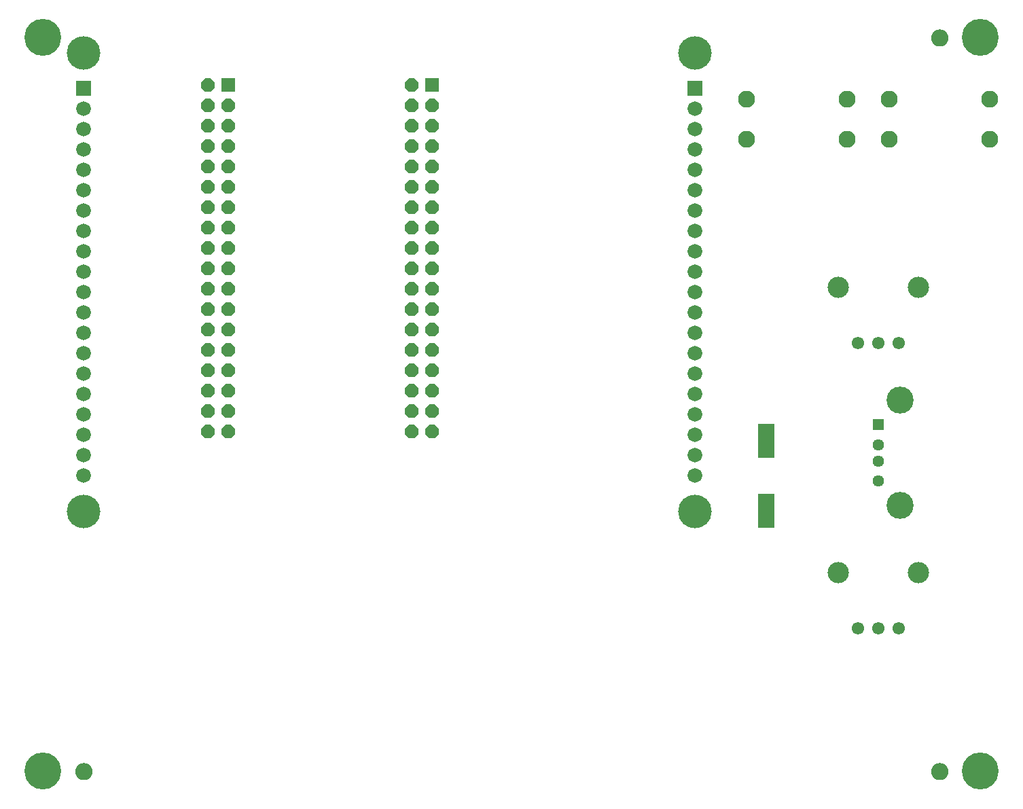
<source format=gbr>
G04 EAGLE Gerber RS-274X export*
G75*
%MOMM*%
%FSLAX34Y34*%
%LPD*%
%INSoldermask Bottom*%
%IPPOS*%
%AMOC8*
5,1,8,0,0,1.08239X$1,22.5*%
G01*
%ADD10R,2.152400X4.252400*%
%ADD11C,0.609600*%
%ADD12C,1.168400*%
%ADD13R,1.440400X1.440400*%
%ADD14C,1.440400*%
%ADD15C,3.372400*%
%ADD16R,1.828800X1.828800*%
%ADD17C,1.828800*%
%ADD18C,4.168400*%
%ADD19C,4.597400*%
%ADD20C,1.552400*%
%ADD21C,2.652400*%
%ADD22C,2.112400*%
%ADD23R,1.676400X1.676400*%
%ADD24P,1.814519X8X292.500000*%


D10*
X952500Y462600D03*
X952500Y375600D03*
D11*
X1160780Y50800D02*
X1160782Y50987D01*
X1160789Y51174D01*
X1160801Y51361D01*
X1160817Y51547D01*
X1160837Y51733D01*
X1160862Y51918D01*
X1160892Y52103D01*
X1160926Y52287D01*
X1160965Y52470D01*
X1161008Y52652D01*
X1161056Y52832D01*
X1161108Y53012D01*
X1161165Y53190D01*
X1161225Y53367D01*
X1161291Y53542D01*
X1161360Y53716D01*
X1161434Y53888D01*
X1161512Y54058D01*
X1161594Y54226D01*
X1161680Y54392D01*
X1161770Y54556D01*
X1161864Y54717D01*
X1161962Y54877D01*
X1162064Y55033D01*
X1162170Y55188D01*
X1162280Y55339D01*
X1162393Y55488D01*
X1162510Y55634D01*
X1162630Y55777D01*
X1162754Y55917D01*
X1162881Y56054D01*
X1163012Y56188D01*
X1163146Y56319D01*
X1163283Y56446D01*
X1163423Y56570D01*
X1163566Y56690D01*
X1163712Y56807D01*
X1163861Y56920D01*
X1164012Y57030D01*
X1164167Y57136D01*
X1164323Y57238D01*
X1164483Y57336D01*
X1164644Y57430D01*
X1164808Y57520D01*
X1164974Y57606D01*
X1165142Y57688D01*
X1165312Y57766D01*
X1165484Y57840D01*
X1165658Y57909D01*
X1165833Y57975D01*
X1166010Y58035D01*
X1166188Y58092D01*
X1166368Y58144D01*
X1166548Y58192D01*
X1166730Y58235D01*
X1166913Y58274D01*
X1167097Y58308D01*
X1167282Y58338D01*
X1167467Y58363D01*
X1167653Y58383D01*
X1167839Y58399D01*
X1168026Y58411D01*
X1168213Y58418D01*
X1168400Y58420D01*
X1168587Y58418D01*
X1168774Y58411D01*
X1168961Y58399D01*
X1169147Y58383D01*
X1169333Y58363D01*
X1169518Y58338D01*
X1169703Y58308D01*
X1169887Y58274D01*
X1170070Y58235D01*
X1170252Y58192D01*
X1170432Y58144D01*
X1170612Y58092D01*
X1170790Y58035D01*
X1170967Y57975D01*
X1171142Y57909D01*
X1171316Y57840D01*
X1171488Y57766D01*
X1171658Y57688D01*
X1171826Y57606D01*
X1171992Y57520D01*
X1172156Y57430D01*
X1172317Y57336D01*
X1172477Y57238D01*
X1172633Y57136D01*
X1172788Y57030D01*
X1172939Y56920D01*
X1173088Y56807D01*
X1173234Y56690D01*
X1173377Y56570D01*
X1173517Y56446D01*
X1173654Y56319D01*
X1173788Y56188D01*
X1173919Y56054D01*
X1174046Y55917D01*
X1174170Y55777D01*
X1174290Y55634D01*
X1174407Y55488D01*
X1174520Y55339D01*
X1174630Y55188D01*
X1174736Y55033D01*
X1174838Y54877D01*
X1174936Y54717D01*
X1175030Y54556D01*
X1175120Y54392D01*
X1175206Y54226D01*
X1175288Y54058D01*
X1175366Y53888D01*
X1175440Y53716D01*
X1175509Y53542D01*
X1175575Y53367D01*
X1175635Y53190D01*
X1175692Y53012D01*
X1175744Y52832D01*
X1175792Y52652D01*
X1175835Y52470D01*
X1175874Y52287D01*
X1175908Y52103D01*
X1175938Y51918D01*
X1175963Y51733D01*
X1175983Y51547D01*
X1175999Y51361D01*
X1176011Y51174D01*
X1176018Y50987D01*
X1176020Y50800D01*
X1176018Y50613D01*
X1176011Y50426D01*
X1175999Y50239D01*
X1175983Y50053D01*
X1175963Y49867D01*
X1175938Y49682D01*
X1175908Y49497D01*
X1175874Y49313D01*
X1175835Y49130D01*
X1175792Y48948D01*
X1175744Y48768D01*
X1175692Y48588D01*
X1175635Y48410D01*
X1175575Y48233D01*
X1175509Y48058D01*
X1175440Y47884D01*
X1175366Y47712D01*
X1175288Y47542D01*
X1175206Y47374D01*
X1175120Y47208D01*
X1175030Y47044D01*
X1174936Y46883D01*
X1174838Y46723D01*
X1174736Y46567D01*
X1174630Y46412D01*
X1174520Y46261D01*
X1174407Y46112D01*
X1174290Y45966D01*
X1174170Y45823D01*
X1174046Y45683D01*
X1173919Y45546D01*
X1173788Y45412D01*
X1173654Y45281D01*
X1173517Y45154D01*
X1173377Y45030D01*
X1173234Y44910D01*
X1173088Y44793D01*
X1172939Y44680D01*
X1172788Y44570D01*
X1172633Y44464D01*
X1172477Y44362D01*
X1172317Y44264D01*
X1172156Y44170D01*
X1171992Y44080D01*
X1171826Y43994D01*
X1171658Y43912D01*
X1171488Y43834D01*
X1171316Y43760D01*
X1171142Y43691D01*
X1170967Y43625D01*
X1170790Y43565D01*
X1170612Y43508D01*
X1170432Y43456D01*
X1170252Y43408D01*
X1170070Y43365D01*
X1169887Y43326D01*
X1169703Y43292D01*
X1169518Y43262D01*
X1169333Y43237D01*
X1169147Y43217D01*
X1168961Y43201D01*
X1168774Y43189D01*
X1168587Y43182D01*
X1168400Y43180D01*
X1168213Y43182D01*
X1168026Y43189D01*
X1167839Y43201D01*
X1167653Y43217D01*
X1167467Y43237D01*
X1167282Y43262D01*
X1167097Y43292D01*
X1166913Y43326D01*
X1166730Y43365D01*
X1166548Y43408D01*
X1166368Y43456D01*
X1166188Y43508D01*
X1166010Y43565D01*
X1165833Y43625D01*
X1165658Y43691D01*
X1165484Y43760D01*
X1165312Y43834D01*
X1165142Y43912D01*
X1164974Y43994D01*
X1164808Y44080D01*
X1164644Y44170D01*
X1164483Y44264D01*
X1164323Y44362D01*
X1164167Y44464D01*
X1164012Y44570D01*
X1163861Y44680D01*
X1163712Y44793D01*
X1163566Y44910D01*
X1163423Y45030D01*
X1163283Y45154D01*
X1163146Y45281D01*
X1163012Y45412D01*
X1162881Y45546D01*
X1162754Y45683D01*
X1162630Y45823D01*
X1162510Y45966D01*
X1162393Y46112D01*
X1162280Y46261D01*
X1162170Y46412D01*
X1162064Y46567D01*
X1161962Y46723D01*
X1161864Y46883D01*
X1161770Y47044D01*
X1161680Y47208D01*
X1161594Y47374D01*
X1161512Y47542D01*
X1161434Y47712D01*
X1161360Y47884D01*
X1161291Y48058D01*
X1161225Y48233D01*
X1161165Y48410D01*
X1161108Y48588D01*
X1161056Y48768D01*
X1161008Y48948D01*
X1160965Y49130D01*
X1160926Y49313D01*
X1160892Y49497D01*
X1160862Y49682D01*
X1160837Y49867D01*
X1160817Y50053D01*
X1160801Y50239D01*
X1160789Y50426D01*
X1160782Y50613D01*
X1160780Y50800D01*
D12*
X1168400Y50800D03*
D11*
X93980Y50800D02*
X93982Y50987D01*
X93989Y51174D01*
X94001Y51361D01*
X94017Y51547D01*
X94037Y51733D01*
X94062Y51918D01*
X94092Y52103D01*
X94126Y52287D01*
X94165Y52470D01*
X94208Y52652D01*
X94256Y52832D01*
X94308Y53012D01*
X94365Y53190D01*
X94425Y53367D01*
X94491Y53542D01*
X94560Y53716D01*
X94634Y53888D01*
X94712Y54058D01*
X94794Y54226D01*
X94880Y54392D01*
X94970Y54556D01*
X95064Y54717D01*
X95162Y54877D01*
X95264Y55033D01*
X95370Y55188D01*
X95480Y55339D01*
X95593Y55488D01*
X95710Y55634D01*
X95830Y55777D01*
X95954Y55917D01*
X96081Y56054D01*
X96212Y56188D01*
X96346Y56319D01*
X96483Y56446D01*
X96623Y56570D01*
X96766Y56690D01*
X96912Y56807D01*
X97061Y56920D01*
X97212Y57030D01*
X97367Y57136D01*
X97523Y57238D01*
X97683Y57336D01*
X97844Y57430D01*
X98008Y57520D01*
X98174Y57606D01*
X98342Y57688D01*
X98512Y57766D01*
X98684Y57840D01*
X98858Y57909D01*
X99033Y57975D01*
X99210Y58035D01*
X99388Y58092D01*
X99568Y58144D01*
X99748Y58192D01*
X99930Y58235D01*
X100113Y58274D01*
X100297Y58308D01*
X100482Y58338D01*
X100667Y58363D01*
X100853Y58383D01*
X101039Y58399D01*
X101226Y58411D01*
X101413Y58418D01*
X101600Y58420D01*
X101787Y58418D01*
X101974Y58411D01*
X102161Y58399D01*
X102347Y58383D01*
X102533Y58363D01*
X102718Y58338D01*
X102903Y58308D01*
X103087Y58274D01*
X103270Y58235D01*
X103452Y58192D01*
X103632Y58144D01*
X103812Y58092D01*
X103990Y58035D01*
X104167Y57975D01*
X104342Y57909D01*
X104516Y57840D01*
X104688Y57766D01*
X104858Y57688D01*
X105026Y57606D01*
X105192Y57520D01*
X105356Y57430D01*
X105517Y57336D01*
X105677Y57238D01*
X105833Y57136D01*
X105988Y57030D01*
X106139Y56920D01*
X106288Y56807D01*
X106434Y56690D01*
X106577Y56570D01*
X106717Y56446D01*
X106854Y56319D01*
X106988Y56188D01*
X107119Y56054D01*
X107246Y55917D01*
X107370Y55777D01*
X107490Y55634D01*
X107607Y55488D01*
X107720Y55339D01*
X107830Y55188D01*
X107936Y55033D01*
X108038Y54877D01*
X108136Y54717D01*
X108230Y54556D01*
X108320Y54392D01*
X108406Y54226D01*
X108488Y54058D01*
X108566Y53888D01*
X108640Y53716D01*
X108709Y53542D01*
X108775Y53367D01*
X108835Y53190D01*
X108892Y53012D01*
X108944Y52832D01*
X108992Y52652D01*
X109035Y52470D01*
X109074Y52287D01*
X109108Y52103D01*
X109138Y51918D01*
X109163Y51733D01*
X109183Y51547D01*
X109199Y51361D01*
X109211Y51174D01*
X109218Y50987D01*
X109220Y50800D01*
X109218Y50613D01*
X109211Y50426D01*
X109199Y50239D01*
X109183Y50053D01*
X109163Y49867D01*
X109138Y49682D01*
X109108Y49497D01*
X109074Y49313D01*
X109035Y49130D01*
X108992Y48948D01*
X108944Y48768D01*
X108892Y48588D01*
X108835Y48410D01*
X108775Y48233D01*
X108709Y48058D01*
X108640Y47884D01*
X108566Y47712D01*
X108488Y47542D01*
X108406Y47374D01*
X108320Y47208D01*
X108230Y47044D01*
X108136Y46883D01*
X108038Y46723D01*
X107936Y46567D01*
X107830Y46412D01*
X107720Y46261D01*
X107607Y46112D01*
X107490Y45966D01*
X107370Y45823D01*
X107246Y45683D01*
X107119Y45546D01*
X106988Y45412D01*
X106854Y45281D01*
X106717Y45154D01*
X106577Y45030D01*
X106434Y44910D01*
X106288Y44793D01*
X106139Y44680D01*
X105988Y44570D01*
X105833Y44464D01*
X105677Y44362D01*
X105517Y44264D01*
X105356Y44170D01*
X105192Y44080D01*
X105026Y43994D01*
X104858Y43912D01*
X104688Y43834D01*
X104516Y43760D01*
X104342Y43691D01*
X104167Y43625D01*
X103990Y43565D01*
X103812Y43508D01*
X103632Y43456D01*
X103452Y43408D01*
X103270Y43365D01*
X103087Y43326D01*
X102903Y43292D01*
X102718Y43262D01*
X102533Y43237D01*
X102347Y43217D01*
X102161Y43201D01*
X101974Y43189D01*
X101787Y43182D01*
X101600Y43180D01*
X101413Y43182D01*
X101226Y43189D01*
X101039Y43201D01*
X100853Y43217D01*
X100667Y43237D01*
X100482Y43262D01*
X100297Y43292D01*
X100113Y43326D01*
X99930Y43365D01*
X99748Y43408D01*
X99568Y43456D01*
X99388Y43508D01*
X99210Y43565D01*
X99033Y43625D01*
X98858Y43691D01*
X98684Y43760D01*
X98512Y43834D01*
X98342Y43912D01*
X98174Y43994D01*
X98008Y44080D01*
X97844Y44170D01*
X97683Y44264D01*
X97523Y44362D01*
X97367Y44464D01*
X97212Y44570D01*
X97061Y44680D01*
X96912Y44793D01*
X96766Y44910D01*
X96623Y45030D01*
X96483Y45154D01*
X96346Y45281D01*
X96212Y45412D01*
X96081Y45546D01*
X95954Y45683D01*
X95830Y45823D01*
X95710Y45966D01*
X95593Y46112D01*
X95480Y46261D01*
X95370Y46412D01*
X95264Y46567D01*
X95162Y46723D01*
X95064Y46883D01*
X94970Y47044D01*
X94880Y47208D01*
X94794Y47374D01*
X94712Y47542D01*
X94634Y47712D01*
X94560Y47884D01*
X94491Y48058D01*
X94425Y48233D01*
X94365Y48410D01*
X94308Y48588D01*
X94256Y48768D01*
X94208Y48948D01*
X94165Y49130D01*
X94126Y49313D01*
X94092Y49497D01*
X94062Y49682D01*
X94037Y49867D01*
X94017Y50053D01*
X94001Y50239D01*
X93989Y50426D01*
X93982Y50613D01*
X93980Y50800D01*
D12*
X101600Y50800D03*
D11*
X1160780Y965200D02*
X1160782Y965387D01*
X1160789Y965574D01*
X1160801Y965761D01*
X1160817Y965947D01*
X1160837Y966133D01*
X1160862Y966318D01*
X1160892Y966503D01*
X1160926Y966687D01*
X1160965Y966870D01*
X1161008Y967052D01*
X1161056Y967232D01*
X1161108Y967412D01*
X1161165Y967590D01*
X1161225Y967767D01*
X1161291Y967942D01*
X1161360Y968116D01*
X1161434Y968288D01*
X1161512Y968458D01*
X1161594Y968626D01*
X1161680Y968792D01*
X1161770Y968956D01*
X1161864Y969117D01*
X1161962Y969277D01*
X1162064Y969433D01*
X1162170Y969588D01*
X1162280Y969739D01*
X1162393Y969888D01*
X1162510Y970034D01*
X1162630Y970177D01*
X1162754Y970317D01*
X1162881Y970454D01*
X1163012Y970588D01*
X1163146Y970719D01*
X1163283Y970846D01*
X1163423Y970970D01*
X1163566Y971090D01*
X1163712Y971207D01*
X1163861Y971320D01*
X1164012Y971430D01*
X1164167Y971536D01*
X1164323Y971638D01*
X1164483Y971736D01*
X1164644Y971830D01*
X1164808Y971920D01*
X1164974Y972006D01*
X1165142Y972088D01*
X1165312Y972166D01*
X1165484Y972240D01*
X1165658Y972309D01*
X1165833Y972375D01*
X1166010Y972435D01*
X1166188Y972492D01*
X1166368Y972544D01*
X1166548Y972592D01*
X1166730Y972635D01*
X1166913Y972674D01*
X1167097Y972708D01*
X1167282Y972738D01*
X1167467Y972763D01*
X1167653Y972783D01*
X1167839Y972799D01*
X1168026Y972811D01*
X1168213Y972818D01*
X1168400Y972820D01*
X1168587Y972818D01*
X1168774Y972811D01*
X1168961Y972799D01*
X1169147Y972783D01*
X1169333Y972763D01*
X1169518Y972738D01*
X1169703Y972708D01*
X1169887Y972674D01*
X1170070Y972635D01*
X1170252Y972592D01*
X1170432Y972544D01*
X1170612Y972492D01*
X1170790Y972435D01*
X1170967Y972375D01*
X1171142Y972309D01*
X1171316Y972240D01*
X1171488Y972166D01*
X1171658Y972088D01*
X1171826Y972006D01*
X1171992Y971920D01*
X1172156Y971830D01*
X1172317Y971736D01*
X1172477Y971638D01*
X1172633Y971536D01*
X1172788Y971430D01*
X1172939Y971320D01*
X1173088Y971207D01*
X1173234Y971090D01*
X1173377Y970970D01*
X1173517Y970846D01*
X1173654Y970719D01*
X1173788Y970588D01*
X1173919Y970454D01*
X1174046Y970317D01*
X1174170Y970177D01*
X1174290Y970034D01*
X1174407Y969888D01*
X1174520Y969739D01*
X1174630Y969588D01*
X1174736Y969433D01*
X1174838Y969277D01*
X1174936Y969117D01*
X1175030Y968956D01*
X1175120Y968792D01*
X1175206Y968626D01*
X1175288Y968458D01*
X1175366Y968288D01*
X1175440Y968116D01*
X1175509Y967942D01*
X1175575Y967767D01*
X1175635Y967590D01*
X1175692Y967412D01*
X1175744Y967232D01*
X1175792Y967052D01*
X1175835Y966870D01*
X1175874Y966687D01*
X1175908Y966503D01*
X1175938Y966318D01*
X1175963Y966133D01*
X1175983Y965947D01*
X1175999Y965761D01*
X1176011Y965574D01*
X1176018Y965387D01*
X1176020Y965200D01*
X1176018Y965013D01*
X1176011Y964826D01*
X1175999Y964639D01*
X1175983Y964453D01*
X1175963Y964267D01*
X1175938Y964082D01*
X1175908Y963897D01*
X1175874Y963713D01*
X1175835Y963530D01*
X1175792Y963348D01*
X1175744Y963168D01*
X1175692Y962988D01*
X1175635Y962810D01*
X1175575Y962633D01*
X1175509Y962458D01*
X1175440Y962284D01*
X1175366Y962112D01*
X1175288Y961942D01*
X1175206Y961774D01*
X1175120Y961608D01*
X1175030Y961444D01*
X1174936Y961283D01*
X1174838Y961123D01*
X1174736Y960967D01*
X1174630Y960812D01*
X1174520Y960661D01*
X1174407Y960512D01*
X1174290Y960366D01*
X1174170Y960223D01*
X1174046Y960083D01*
X1173919Y959946D01*
X1173788Y959812D01*
X1173654Y959681D01*
X1173517Y959554D01*
X1173377Y959430D01*
X1173234Y959310D01*
X1173088Y959193D01*
X1172939Y959080D01*
X1172788Y958970D01*
X1172633Y958864D01*
X1172477Y958762D01*
X1172317Y958664D01*
X1172156Y958570D01*
X1171992Y958480D01*
X1171826Y958394D01*
X1171658Y958312D01*
X1171488Y958234D01*
X1171316Y958160D01*
X1171142Y958091D01*
X1170967Y958025D01*
X1170790Y957965D01*
X1170612Y957908D01*
X1170432Y957856D01*
X1170252Y957808D01*
X1170070Y957765D01*
X1169887Y957726D01*
X1169703Y957692D01*
X1169518Y957662D01*
X1169333Y957637D01*
X1169147Y957617D01*
X1168961Y957601D01*
X1168774Y957589D01*
X1168587Y957582D01*
X1168400Y957580D01*
X1168213Y957582D01*
X1168026Y957589D01*
X1167839Y957601D01*
X1167653Y957617D01*
X1167467Y957637D01*
X1167282Y957662D01*
X1167097Y957692D01*
X1166913Y957726D01*
X1166730Y957765D01*
X1166548Y957808D01*
X1166368Y957856D01*
X1166188Y957908D01*
X1166010Y957965D01*
X1165833Y958025D01*
X1165658Y958091D01*
X1165484Y958160D01*
X1165312Y958234D01*
X1165142Y958312D01*
X1164974Y958394D01*
X1164808Y958480D01*
X1164644Y958570D01*
X1164483Y958664D01*
X1164323Y958762D01*
X1164167Y958864D01*
X1164012Y958970D01*
X1163861Y959080D01*
X1163712Y959193D01*
X1163566Y959310D01*
X1163423Y959430D01*
X1163283Y959554D01*
X1163146Y959681D01*
X1163012Y959812D01*
X1162881Y959946D01*
X1162754Y960083D01*
X1162630Y960223D01*
X1162510Y960366D01*
X1162393Y960512D01*
X1162280Y960661D01*
X1162170Y960812D01*
X1162064Y960967D01*
X1161962Y961123D01*
X1161864Y961283D01*
X1161770Y961444D01*
X1161680Y961608D01*
X1161594Y961774D01*
X1161512Y961942D01*
X1161434Y962112D01*
X1161360Y962284D01*
X1161291Y962458D01*
X1161225Y962633D01*
X1161165Y962810D01*
X1161108Y962988D01*
X1161056Y963168D01*
X1161008Y963348D01*
X1160965Y963530D01*
X1160926Y963713D01*
X1160892Y963897D01*
X1160862Y964082D01*
X1160837Y964267D01*
X1160817Y964453D01*
X1160801Y964639D01*
X1160789Y964826D01*
X1160782Y965013D01*
X1160780Y965200D01*
D12*
X1168400Y965200D03*
D13*
X1092200Y482600D03*
D14*
X1092200Y457600D03*
X1092200Y437600D03*
X1092200Y412600D03*
D15*
X1119300Y513300D03*
X1119300Y381900D03*
D16*
X863600Y901700D03*
D17*
X863600Y876300D03*
X863600Y850900D03*
X863600Y825500D03*
X863600Y800100D03*
X863600Y774700D03*
X863600Y749300D03*
X863600Y723900D03*
X863600Y698500D03*
X863600Y673100D03*
X863600Y647700D03*
X863600Y622300D03*
X863600Y596900D03*
X863600Y571500D03*
X863600Y546100D03*
X863600Y520700D03*
X863600Y495300D03*
X863600Y469900D03*
X863600Y444500D03*
X863600Y419100D03*
D16*
X101600Y901700D03*
D17*
X101600Y876300D03*
X101600Y850900D03*
X101600Y825500D03*
X101600Y800100D03*
X101600Y774700D03*
X101600Y749300D03*
X101600Y723900D03*
X101600Y698500D03*
X101600Y673100D03*
X101600Y647700D03*
X101600Y622300D03*
X101600Y596900D03*
X101600Y571500D03*
X101600Y546100D03*
X101600Y520700D03*
X101600Y495300D03*
X101600Y469900D03*
X101600Y444500D03*
X101600Y419100D03*
D18*
X101600Y946150D03*
X101600Y374650D03*
X863600Y946150D03*
X863600Y374650D03*
D19*
X1219200Y965200D03*
X1219200Y50800D03*
X50800Y50800D03*
X50800Y965200D03*
D20*
X1067200Y584200D03*
X1092200Y584200D03*
X1117200Y584200D03*
D21*
X1042200Y654200D03*
X1142200Y654200D03*
D20*
X1067200Y228600D03*
X1092200Y228600D03*
X1117200Y228600D03*
D21*
X1042200Y298600D03*
X1142200Y298600D03*
D22*
X1053100Y888600D03*
X1053100Y838600D03*
X928100Y838600D03*
X928100Y888600D03*
X1230900Y888600D03*
X1230900Y838600D03*
X1105900Y838600D03*
X1105900Y888600D03*
D23*
X536200Y906100D03*
D24*
X510800Y906100D03*
X536200Y880700D03*
X510800Y880700D03*
X536200Y855300D03*
X510800Y855300D03*
X536200Y829900D03*
X510800Y829900D03*
X536200Y804500D03*
X510800Y804500D03*
X536200Y779100D03*
X510800Y779100D03*
X536200Y753700D03*
X510800Y753700D03*
X536200Y728300D03*
X510800Y728300D03*
X536200Y702900D03*
X510800Y702900D03*
X536200Y677500D03*
X510800Y677500D03*
X536200Y652100D03*
X510800Y652100D03*
X536200Y626700D03*
X510800Y626700D03*
X536200Y601300D03*
X510800Y601300D03*
X536200Y575900D03*
X510800Y575900D03*
X536200Y550500D03*
X510800Y550500D03*
X536200Y525100D03*
X510800Y525100D03*
X536200Y499700D03*
X510800Y499700D03*
X536200Y474300D03*
X510800Y474300D03*
D23*
X282200Y906100D03*
D24*
X256800Y906100D03*
X282200Y880700D03*
X256800Y880700D03*
X282200Y855300D03*
X256800Y855300D03*
X282200Y829900D03*
X256800Y829900D03*
X282200Y804500D03*
X256800Y804500D03*
X282200Y779100D03*
X256800Y779100D03*
X282200Y753700D03*
X256800Y753700D03*
X282200Y728300D03*
X256800Y728300D03*
X282200Y702900D03*
X256800Y702900D03*
X282200Y677500D03*
X256800Y677500D03*
X282200Y652100D03*
X256800Y652100D03*
X282200Y626700D03*
X256800Y626700D03*
X282200Y601300D03*
X256800Y601300D03*
X282200Y575900D03*
X256800Y575900D03*
X282200Y550500D03*
X256800Y550500D03*
X282200Y525100D03*
X256800Y525100D03*
X282200Y499700D03*
X256800Y499700D03*
X282200Y474300D03*
X256800Y474300D03*
M02*

</source>
